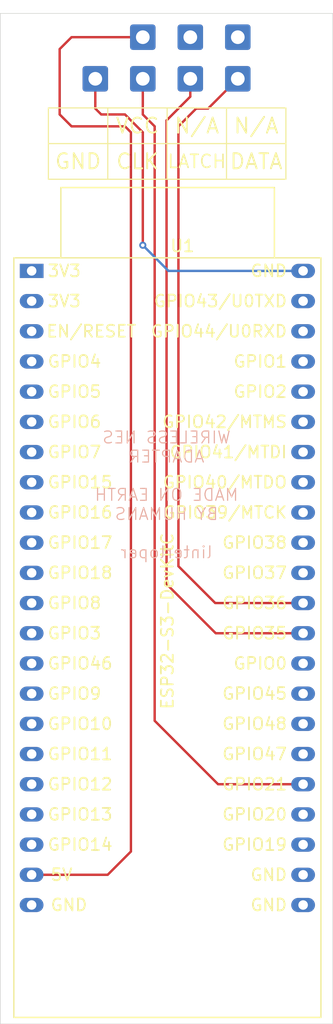
<source format=kicad_pcb>
(kicad_pcb (version 20241229) (generator "pcbnew") (generator_version "9.0")
  (layers (0 "F.Cu" signal) (2 "B.Cu" signal) (13 "F.Paste" user) (15 "B.Paste" user) (5 "F.SilkS" user "F.Silkscreen") (7 "B.SilkS" user "B.Silkscreen") (1 "F.Mask" user) (3 "B.Mask" user) (25 "Edge.Cuts" user))
  (net 0 "")
  (net 35 "Net-(U1-3V3-Pad1)")
  (net 36 "Net-(U1-5V)")
  (net 37 "Net-(C1-Pin_1)")
  (net 38 "Net-(D1-Pin_1)")
  (net 39 "Net-(G1-Pin_1)")
  (net 40 "Net-(L1-Pin_1)")
  (footprint "Connector_Wire:SolderWire-0.5sqmm_1x01_D0.9mm_OD2.1mm" (layer "F.Cu") (at 108 55.5 180)
    (property "Reference" "G1" (hide yes))
    (property "Value" "~")
    (pad "1" thru_hole roundrect (at 0 0 180) (size 2.15 2.15) (drill 1.15) (layers "*.Cu" "*.Mask") (roundrect_rratio 0.116279) (net 39 "Net-(G1-Pin_1)"))
  )
  (footprint "PCM_Espressif:ESP32-S3-DevKitC" (layer "F.Cu") (at 102.64 71.66)
    (property "Reference" "U1" (at 12.7 -2.1 0) (layer "F.SilkS"))
    (property "Value" "ESP32-S3-DevKitC" (at 11.42632 29.46128 90) (layer "F.SilkS"))
    (fp_line (start -1.5 62.79728) (end 24.359999 62.79728) (stroke (width 0.12)) (layer "F.SilkS"))
    (fp_line (start -1.499999 -1.1) (end -1.5 62.79728) (stroke (width 0.12)) (layer "F.SilkS"))
    (fp_line (start 2.46012 -7.01312) (end 20.44332 -7.01312) (stroke (width 0.12)) (layer "F.SilkS"))
    (fp_line (start 2.46012 -1.12032) (end 2.46012 -7.01312) (stroke (width 0.12)) (layer "F.SilkS"))
    (fp_line (start 20.44332 -7.01312) (end 20.44332 -1.12032) (stroke (width 0.12)) (layer "F.SilkS"))
    (fp_line (start 24.359999 62.79728) (end 24.36 -1.1) (stroke (width 0.12)) (layer "F.SilkS"))
    (fp_line (start 24.36 -1.1) (end -1.499999 -1.1) (stroke (width 0.12)) (layer "F.SilkS"))
    (fp_text user "GPIO8" (at 1.27 27.94 0) (layer "F.SilkS") (effects (justify left)))
    (fp_text user "GPIO16" (at 1.27 20.32 0) (layer "F.SilkS") (effects (justify left)))
    (fp_text user "GPIO48" (at 21.59 38.1 0) (layer "F.SilkS") (effects (justify right)))
    (fp_text user "GPIO3" (at 1.27 30.48 0) (layer "F.SilkS") (effects (justify left)))
    (fp_text user "GPIO0" (at 21.59 33.02 0) (layer "F.SilkS") (effects (justify right)))
    (fp_text user "GND" (at 1.52032 53.33728 0) (layer "F.SilkS") (effects (justify left)))
    (fp_text user "GPIO37" (at 21.59 25.4 0) (layer "F.SilkS") (effects (justify right)))
    (fp_text user "GPIO38" (at 21.59 22.86 0) (layer "F.SilkS") (effects (justify right)))
    (fp_text user "GPIO2" (at 21.59 10.16 0) (layer "F.SilkS") (effects (justify right)))
    (fp_text user "GPIO7" (at 1.27 15.24 0) (layer "F.SilkS") (effects (justify left)))
    (fp_text user "GPIO19" (at 21.59 48.26 0) (layer "F.SilkS") (effects (justify right)))
    (fp_text user "GPIO45" (at 21.59 35.56 0) (layer "F.SilkS") (effects (justify right)))
    (fp_text user "GPIO35" (at 21.59 30.48 0) (layer "F.SilkS") (effects (justify right)))
    (fp_text user "GPIO12" (at 1.27 43.18 0) (layer "F.SilkS") (effects (justify left)))
    (fp_text user "GND" (at 21.59 50.8 0) (layer "F.SilkS") (effects (justify right)))
    (fp_text user "GPIO47" (at 21.59 40.64 0) (layer "F.SilkS") (effects (justify right)))
    (fp_text user "GPIO21" (at 21.59 43.18 0) (layer "F.SilkS") (effects (justify right)))
    (fp_text user "GPIO4" (at 1.27 7.62 0) (layer "F.SilkS") (effects (justify left)))
    (fp_text user "GPIO40/MTDO" (at 21.59 17.78 0) (layer "F.SilkS") (effects (justify right)))
    (fp_text user "GPIO44/U0RXD" (at 21.59 5.08 0) (layer "F.SilkS") (effects (justify right)))
    (fp_text user "GPIO14" (at 1.27 48.26 0) (layer "F.SilkS") (effects (justify left)))
    (fp_text user "GPIO6" (at 1.27 12.7 0) (layer "F.SilkS") (effects (justify left)))
    (fp_text user "5V" (at 1.52032 50.79728 0) (layer "F.SilkS") (effects (justify left)))
    (fp_text user "GPIO5" (at 1.27 10.16 0) (layer "F.SilkS") (effects (justify left)))
    (fp_text user "GPIO18" (at 1.27 25.4 0) (layer "F.SilkS") (effects (justify left)))
    (fp_text user "GPIO9" (at 1.27 35.56 0) (layer "F.SilkS") (effects (justify left)))
    (fp_text user "GND" (at 21.59 0 0) (layer "F.SilkS") (effects (justify right)))
    (fp_text user "3V3" (at 1.27 2.54 0) (layer "F.SilkS") (effects (justify left)))
    (fp_text user "GPIO1" (at 21.59 7.62 0) (layer "F.SilkS") (effects (justify right)))
    (fp_text user "GPIO39/MTCK" (at 21.59 20.32 0) (layer "F.SilkS") (effects (justify right)))
    (fp_text user "GPIO43/U0TXD" (at 21.59 2.54 0) (layer "F.SilkS") (effects (justify right)))
    (fp_text user "GPIO46" (at 1.27 33.02 0) (layer "F.SilkS") (effects (justify left)))
    (fp_text user "GPIO17" (at 1.27 22.86 0) (layer "F.SilkS") (effects (justify left)))
    (fp_text user "GPIO15" (at 1.27 17.78 0) (layer "F.SilkS") (effects (justify left)))
    (fp_text user "3V3" (at 1.27 0 0) (layer "F.SilkS") (effects (justify left)))
    (fp_text user "EN/RESET" (at 8.88632 5.07728 0) (layer "F.SilkS") (effects (justify right)))
    (fp_text user "GPIO10" (at 1.27 38.1 0) (layer "F.SilkS") (effects (justify left)))
    (fp_text user "GPIO11" (at 1.27 40.64 0) (layer "F.SilkS") (effects (justify left)))
    (fp_text user "GPIO42/MTMS" (at 21.59 12.7 0) (layer "F.SilkS") (effects (justify right)))
    (fp_text user "GPIO20" (at 21.59 45.72 0) (layer "F.SilkS") (effects (justify right)))
    (fp_text user "GPIO36" (at 21.59 27.94 0) (layer "F.SilkS") (effects (justify right)))
    (fp_text user "GND" (at 21.59 53.34 0) (layer "F.SilkS") (effects (justify right)))
    (fp_text user "GPIO41/MTDI" (at 21.59 15.24 0) (layer "F.SilkS") (effects (justify right)))
    (fp_text user "GPIO13" (at 1.27 45.72 0) (layer "F.SilkS") (effects (justify left)))
    (pad "1" thru_hole rect (at 0 0 270) (size 1.2 2) (drill 0.8) (layers "*.Cu" "*.Mask") (net 35 "Net-(U1-3V3-Pad1)"))
    (pad "2" thru_hole oval (at 0 2.54 270) (size 1.2 2) (drill 0.8) (layers "*.Cu" "*.Mask") (net 35 "Net-(U1-3V3-Pad1)"))
    (pad "3" thru_hole oval (at 0 5.08 270) (size 1.2 2) (drill 0.8) (layers "*.Cu" "*.Mask"))
    (pad "4" thru_hole oval (at 0 7.62 270) (size 1.2 2) (drill 0.8) (layers "*.Cu" "*.Mask"))
    (pad "5" thru_hole oval (at 0 10.16 270) (size 1.2 2) (drill 0.8) (layers "*.Cu" "*.Mask"))
    (pad "6" thru_hole oval (at 0 12.7 270) (size 1.2 2) (drill 0.8) (layers "*.Cu" "*.Mask"))
    (pad "7" thru_hole oval (at 0 15.24 270) (size 1.2 2) (drill 0.8) (layers "*.Cu" "*.Mask"))
    (pad "8" thru_hole oval (at 0 17.78 270) (size 1.2 2) (drill 0.8) (layers "*.Cu" "*.Mask"))
    (pad "9" thru_hole oval (at 0 20.32 270) (size 1.2 2) (drill 0.8) (layers "*.Cu" "*.Mask"))
    (pad "10" thru_hole oval (at 0 22.86 270) (size 1.2 2) (drill 0.8) (layers "*.Cu" "*.Mask"))
    (pad "11" thru_hole oval (at 0 25.4 270) (size 1.2 2) (drill 0.8) (layers "*.Cu" "*.Mask"))
    (pad "12" thru_hole oval (at 0 27.94 270) (size 1.2 2) (drill 0.8) (layers "*.Cu" "*.Mask"))
    (pad "13" thru_hole oval (at 0 30.48 270) (size 1.2 2) (drill 0.8) (layers "*.Cu" "*.Mask"))
    (pad "14" thru_hole oval (at 0 33.02 270) (size 1.2 2) (drill 0.8) (layers "*.Cu" "*.Mask"))
    (pad "15" thru_hole oval (at 0 35.56 270) (size 1.2 2) (drill 0.8) (layers "*.Cu" "*.Mask"))
    (pad "16" thru_hole oval (at 0 38.1 270) (size 1.2 2) (drill 0.8) (layers "*.Cu" "*.Mask"))
    (pad "17" thru_hole oval (at 0 40.64 270) (size 1.2 2) (drill 0.8) (layers "*.Cu" "*.Mask"))
    (pad "18" thru_hole oval (at 0 43.18 270) (size 1.2 2) (drill 0.8) (layers "*.Cu" "*.Mask"))
    (pad "19" thru_hole oval (at 0 45.72 270) (size 1.2 2) (drill 0.8) (layers "*.Cu" "*.Mask"))
    (pad "20" thru_hole oval (at -0.00368 48.25728 270) (size 1.2 2) (drill 0.8) (layers "*.Cu" "*.Mask"))
    (pad "21" thru_hole oval (at -0.00368 50.79728 270) (size 1.2 2) (drill 0.8) (layers "*.Cu" "*.Mask") (net 36 "Net-(U1-5V)"))
    (pad "22" thru_hole oval (at -0.00368 53.33728 270) (size 1.2 2) (drill 0.8) (layers "*.Cu" "*.Mask") (net 39 "Net-(G1-Pin_1)"))
    (pad "23" thru_hole oval (at 22.86 53.34 270) (size 1.2 2) (drill 0.8) (layers "*.Cu" "*.Mask") (net 39 "Net-(G1-Pin_1)"))
    (pad "24" thru_hole oval (at 22.86 50.8 270) (size 1.2 2) (drill 0.8) (layers "*.Cu" "*.Mask") (net 39 "Net-(G1-Pin_1)"))
    (pad "25" thru_hole oval (at 22.86 48.26 270) (size 1.2 2) (drill 0.8) (layers "*.Cu" "*.Mask"))
    (pad "26" thru_hole oval (at 22.86 45.72 270) (size 1.2 2) (drill 0.8) (layers "*.Cu" "*.Mask"))
    (pad "27" thru_hole oval (at 22.86 43.18 270) (size 1.2 2) (drill 0.8) (layers "*.Cu" "*.Mask") (net 37 "Net-(C1-Pin_1)"))
    (pad "28" thru_hole oval (at 22.86 40.64 270) (size 1.2 2) (drill 0.8) (layers "*.Cu" "*.Mask"))
    (pad "29" thru_hole oval (at 22.86 38.1 270) (size 1.2 2) (drill 0.8) (layers "*.Cu" "*.Mask"))
    (pad "30" thru_hole oval (at 22.86 35.56 270) (size 1.2 2) (drill 0.8) (layers "*.Cu" "*.Mask"))
    (pad "31" thru_hole oval (at 22.86 33.02 270) (size 1.2 2) (drill 0.8) (layers "*.Cu" "*.Mask"))
    (pad "32" thru_hole oval (at 22.86 30.48 270) (size 1.2 2) (drill 0.8) (layers "*.Cu" "*.Mask") (net 40 "Net-(L1-Pin_1)"))
    (pad "33" thru_hole oval (at 22.86 27.94 270) (size 1.2 2) (drill 0.8) (layers "*.Cu" "*.Mask") (net 38 "Net-(D1-Pin_1)"))
    (pad "34" thru_hole oval (at 22.86 25.4 270) (size 1.2 2) (drill 0.8) (layers "*.Cu" "*.Mask"))
    (pad "35" thru_hole oval (at 22.86 22.86 270) (size 1.2 2) (drill 0.8) (layers "*.Cu" "*.Mask"))
    (pad "36" thru_hole oval (at 22.86 20.32 270) (size 1.2 2) (drill 0.8) (layers "*.Cu" "*.Mask"))
    (pad "37" thru_hole oval (at 22.86 17.78 270) (size 1.2 2) (drill 0.8) (layers "*.Cu" "*.Mask"))
    (pad "38" thru_hole oval (at 22.86 15.24 270) (size 1.2 2) (drill 0.8) (layers "*.Cu" "*.Mask"))
    (pad "39" thru_hole oval (at 22.86 12.7 270) (size 1.2 2) (drill 0.8) (layers "*.Cu" "*.Mask"))
    (pad "40" thru_hole oval (at 22.86 10.16 270) (size 1.2 2) (drill 0.8) (layers "*.Cu" "*.Mask"))
    (pad "41" thru_hole oval (at 22.86 7.62 270) (size 1.2 2) (drill 0.8) (layers "*.Cu" "*.Mask"))
    (pad "42" thru_hole oval (at 22.86 5.08 270) (size 1.2 2) (drill 0.8) (layers "*.Cu" "*.Mask"))
    (pad "43" thru_hole oval (at 22.86 2.54 270) (size 1.2 2) (drill 0.8) (layers "*.Cu" "*.Mask"))
    (pad "44" thru_hole oval (at 22.86 0 270) (size 1.2 2) (drill 0.8) (layers "*.Cu" "*.Mask") (net 39 "Net-(G1-Pin_1)"))
  )
  (footprint "Connector_Wire:SolderWire-0.5sqmm_1x01_D0.9mm_OD2.1mm" (layer "F.Cu") (at 120 55.5 180)
    (property "Reference" "D1" (hide yes))
    (property "Value" "~")
    (pad "1" thru_hole roundrect (at 0 0 180) (size 2.15 2.15) (drill 1.15) (layers "*.Cu" "*.Mask") (roundrect_rratio 0.116279) (net 38 "Net-(D1-Pin_1)"))
  )
  (footprint "Connector_Wire:SolderWire-0.5sqmm_1x01_D0.9mm_OD2.1mm" (layer "F.Cu") (at 112 55.5 180)
    (property "Reference" "C1" (hide yes))
    (property "Value" "~")
    (pad "1" thru_hole roundrect (at 0 0 180) (size 2.15 2.15) (drill 1.15) (layers "*.Cu" "*.Mask") (roundrect_rratio 0.116279) (net 37 "Net-(C1-Pin_1)"))
  )
  (footprint "Connector_Wire:SolderWire-0.5sqmm_1x01_D0.9mm_OD2.1mm" (layer "F.Cu") (at 120 52 180)
    (property "Reference" "N2" (hide yes))
    (property "Value" "~")
    (pad "1" thru_hole roundrect (at 0 0 180) (size 2.15 2.15) (drill 1.15) (layers "*.Cu" "*.Mask") (roundrect_rratio 0.116279))
  )
  (footprint "Connector_Wire:SolderWire-0.5sqmm_1x01_D0.9mm_OD2.1mm" (layer "F.Cu") (at 112 52 180)
    (property "Reference" "VCC1" (hide yes))
    (property "Value" "~")
    (pad "1" thru_hole roundrect (at 0 0 180) (size 2.15 2.15) (drill 1.15) (layers "*.Cu" "*.Mask") (roundrect_rratio 0.116279) (net 36 "Net-(U1-5V)"))
  )
  (footprint "Connector_Wire:SolderWire-0.5sqmm_1x01_D0.9mm_OD2.1mm" (layer "F.Cu") (at 116 55.5 180)
    (property "Reference" "L1" (hide yes))
    (property "Value" "~")
    (pad "1" thru_hole roundrect (at 0 0 180) (size 2.15 2.15) (drill 1.15) (layers "*.Cu" "*.Mask") (roundrect_rratio 0.116279) (net 40 "Net-(L1-Pin_1)"))
  )
  (footprint "Connector_Wire:SolderWire-0.5sqmm_1x01_D0.9mm_OD2.1mm" (layer "F.Cu") (at 116 52 180)
    (property "Reference" "N1" (hide yes))
    (property "Value" "~")
    (pad "1" thru_hole roundrect (at 0 0 180) (size 2.15 2.15) (drill 1.15) (layers "*.Cu" "*.Mask") (roundrect_rratio 0.116279))
  )
  (gr_line (start 128 50) (end 128 135) (stroke (width 0.05)) (layer "Edge.Cuts"))
  (gr_line (start 128 135) (end 100 135) (stroke (width 0.05)) (layer "Edge.Cuts"))
  (gr_line (start 100 50) (end 128 50) (stroke (width 0.05)) (layer "Edge.Cuts"))
  (gr_line (start 100 135) (end 100 50) (stroke (width 0.05)) (layer "Edge.Cuts"))
  (gr_text "WIRELESS NES\nADAPTER\n\nMADE ON EARTH\nBY HUMANS\n\nlinterloper" (at 114 90.5 0) (layer "B.SilkS") (effects (font (size 1 1) (thickness 0.1)) (justify mirror)))
  (table (column_count 4) (layer "F.SilkS") (border (external yes) (header yes) (stroke (width 0.1))) (separators (rows yes) (cols yes) (stroke (width 0.1))) (column_widths 5 5 5 5) (row_heights 3 3) (cells (table_cell "" (start 104.05 57.95) (end 109.05 60.95) (margins 1.0025 1.0025 1.0025 1.0025) (span 1 1) (layer "F.SilkS") (effects (font (size 1.27 1.27)))) (table_cell "VCC" (start 109.05 57.95) (end 114.05 60.95) (margins 1.0025 1.0025 1.0025 1.0025) (span 1 1) (layer "F.SilkS") (effects (font (size 1.27 1.27)))) (table_cell "N/A" (start 114.05 57.95) (end 119.05 60.95) (margins 1.0025 1.0025 1.0025 1.0025) (span 1 1) (layer "F.SilkS") (effects (font (size 1.27 1.27)))) (table_cell "N/A" (start 119.05 57.95) (end 124.05 60.95) (margins 1.0025 1.0025 1.0025 1.0025) (span 1 1) (layer "F.SilkS") (effects (font (size 1.27 1.27)))) (table_cell "GND" (start 104.05 60.95) (end 109.05 63.95) (margins 1.0025 1.0025 1.0025 1.0025) (span 1 1) (layer "F.SilkS") (effects (font (size 1.27 1.27)))) (table_cell "CLK" (start 109.05 60.95) (end 114.05 63.95) (margins 1.0025 1.0025 1.0025 1.0025) (span 1 1) (layer "F.SilkS") (effects (font (size 1.27 1.27)))) (table_cell "LATCH" (start 114.05 60.95) (end 119.05 63.95) (margins 1.0025 1.0025 1.0025 1.0025) (span 1 1) (layer "F.SilkS") (effects (font (size 1.1 1.1)))) (table_cell "DATA" (start 119.05 60.95) (end 124.05 63.95) (margins 1.0025 1.0025 1.0025 1.0025) (span 1 1) (layer "F.SilkS") (effects (font (size 1.27 1.27))))))
  (segment (start 111 120.5) (end 109.04272 122.45728) (width 0.2) (layer "F.Cu") (net 36))
  (segment (start 111 60) (end 111 120.5) (width 0.2) (layer "F.Cu") (net 36))
  (segment (start 105 58.5) (end 106 59.5) (width 0.2) (layer "F.Cu") (net 36))
  (segment (start 105 53) (end 105 58.5) (width 0.2) (layer "F.Cu") (net 36))
  (segment (start 112 52) (end 106 52) (width 0.2) (layer "F.Cu") (net 36))
  (segment (start 106 52) (end 105 53) (width 0.2) (layer "F.Cu") (net 36))
  (segment (start 106 59.5) (end 110.5 59.5) (width 0.2) (layer "F.Cu") (net 36))
  (segment (start 109.04272 122.45728) (end 102.63632 122.45728) (width 0.2) (layer "F.Cu") (net 36))
  (segment (start 110.5 59.5) (end 111 60) (width 0.2) (layer "F.Cu") (net 36))
  (segment (start 113 109.5) (end 118.34 114.84) (width 0.2) (layer "F.Cu") (net 37))
  (segment (start 118.34 114.84) (end 125.5 114.84) (width 0.2) (layer "F.Cu") (net 37))
  (segment (start 112 58.5) (end 113 59.5) (width 0.2) (layer "F.Cu") (net 37))
  (segment (start 113 59.5) (end 113 109.5) (width 0.2) (layer "F.Cu") (net 37))
  (segment (start 112 55.5) (end 112 58.5) (width 0.2) (layer "F.Cu") (net 37))
  (segment (start 115 59.5) (end 115 96.5) (width 0.2) (layer "F.Cu") (net 38))
  (segment (start 120 55.5) (end 117.5 58) (width 0.2) (layer "F.Cu") (net 38))
  (segment (start 118.1 99.6) (end 125.5 99.6) (width 0.2) (layer "F.Cu") (net 38))
  (segment (start 116.5 58) (end 115 59.5) (width 0.2) (layer "F.Cu") (net 38))
  (segment (start 117.5 58) (end 116.5 58) (width 0.2) (layer "F.Cu") (net 38))
  (segment (start 115 96.5) (end 118.1 99.6) (width 0.2) (layer "F.Cu") (net 38))
  (segment (start 108 58) (end 108.5 58.5) (width 0.2) (layer "F.Cu") (net 39))
  (segment (start 110.5 58.5) (end 112 60) (width 0.2) (layer "F.Cu") (net 39))
  (segment (start 108 55.5) (end 108 57.5) (width 0.2) (layer "F.Cu") (net 39))
  (segment (start 112 62.5) (end 112 69.5) (width 0.2) (layer "F.Cu") (net 39))
  (segment (start 112 60) (end 112 62.5) (width 0.2) (layer "F.Cu") (net 39))
  (segment (start 108.5 58.5) (end 110.5 58.5) (width 0.2) (layer "F.Cu") (net 39))
  (segment (start 108 57.5) (end 108 58) (width 0.2) (layer "F.Cu") (net 39))
  (via (at 112 69.5) (size 0.6) (drill 0.3) (layers "F.Cu" "B.Cu") (net 39))
  (segment (start 112 69.5) (end 114.16 71.66) (width 0.2) (layer "B.Cu") (net 39))
  (segment (start 114.16 71.66) (end 125.5 71.66) (width 0.2) (layer "B.Cu") (net 39))
  (segment (start 116 55.5) (end 116 57) (width 0.2) (layer "F.Cu") (net 40))
  (segment (start 114 98) (end 118.14 102.14) (width 0.2) (layer "F.Cu") (net 40))
  (segment (start 114 59) (end 114 98) (width 0.2) (layer "F.Cu") (net 40))
  (segment (start 116 57) (end 114 59) (width 0.2) (layer "F.Cu") (net 40))
  (segment (start 118.14 102.14) (end 125.5 102.14) (width 0.2) (layer "F.Cu") (net 40))
)
</source>
